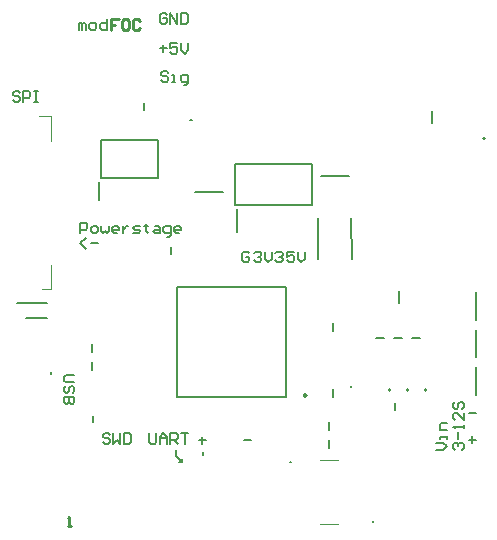
<source format=gto>
G04*
G04 #@! TF.GenerationSoftware,Altium Limited,Altium Designer,21.0.8 (223)*
G04*
G04 Layer_Color=65535*
%FSLAX25Y25*%
%MOIN*%
G70*
G04*
G04 #@! TF.SameCoordinates,4FC8230A-67FA-47FE-B716-792534C6144D*
G04*
G04*
G04 #@! TF.FilePolarity,Positive*
G04*
G01*
G75*
%ADD10C,0.00787*%
%ADD11C,0.00984*%
%ADD12C,0.00591*%
%ADD13C,0.01000*%
%ADD14C,0.00394*%
D10*
X71520Y26461D02*
Y27248D01*
Y26461D01*
X128094Y4252D02*
Y3858D01*
Y4252D01*
X120937Y49339D02*
Y48945D01*
Y49339D01*
X67898Y138004D02*
X67110D01*
X67898D01*
X20764Y54012D02*
Y53224D01*
Y54012D01*
X100500Y24000D02*
X100894D01*
X100500D01*
X141220Y65500D02*
X143780D01*
X135221D02*
X137779D01*
X129220D02*
X131780D01*
X99307Y45693D02*
Y82307D01*
X62693D02*
X99307D01*
X62693Y45693D02*
Y82307D01*
Y45693D02*
X99307D01*
X148000Y136933D02*
Y141067D01*
X137000Y76933D02*
Y81067D01*
X82795Y100752D02*
Y108232D01*
X82205Y109610D02*
X107795D01*
Y123390D01*
X82205D02*
X107795D01*
X82205Y109610D02*
Y123390D01*
X110972Y119500D02*
X120028D01*
X68972Y114000D02*
X78028D01*
X109988Y91610D02*
Y105390D01*
X121000Y105500D02*
X121012Y91610D01*
X162500Y46472D02*
Y55528D01*
Y58972D02*
Y68028D01*
Y71472D02*
Y80528D01*
X135500Y41221D02*
Y43780D01*
X35000Y37500D02*
Y39500D01*
X52000Y141220D02*
Y143780D01*
X37354Y118701D02*
Y131299D01*
X56646D01*
Y118701D02*
Y131299D01*
X37354Y118701D02*
X56646D01*
X36843Y111319D02*
Y117323D01*
X34500Y60720D02*
Y63279D01*
Y54720D02*
Y57279D01*
X115000Y45819D02*
Y48181D01*
Y67819D02*
Y70181D01*
X9457Y77059D02*
X19445D01*
X12555Y71941D02*
X19445D01*
X61000Y93319D02*
Y95681D01*
X113500Y28721D02*
Y31280D01*
Y34721D02*
Y37279D01*
D11*
X106000Y46284D02*
X105262Y46710D01*
Y45857D01*
X106000Y46284D01*
X165197Y132000D02*
X164803D01*
X165197D01*
X43346Y171526D02*
X40984D01*
Y169755D01*
X42165D01*
X40984D01*
Y167984D01*
X46297Y171526D02*
X45117D01*
X44526Y170936D01*
Y168575D01*
X45117Y167984D01*
X46297D01*
X46888Y168575D01*
Y170936D01*
X46297Y171526D01*
X50430Y170936D02*
X49840Y171526D01*
X48659D01*
X48069Y170936D01*
Y168575D01*
X48659Y167984D01*
X49840D01*
X50430Y168575D01*
D12*
X63500Y24000D02*
X64500D01*
Y25000D01*
X62500Y26000D02*
X64500Y24000D01*
X62500Y26000D02*
Y28000D01*
X57091Y161862D02*
X59452D01*
X58271Y163042D02*
Y160681D01*
X62994Y163633D02*
X60633D01*
Y161862D01*
X61813Y162452D01*
X62404D01*
X62994Y161862D01*
Y160681D01*
X62404Y160090D01*
X61223D01*
X60633Y160681D01*
X64175Y163633D02*
Y161271D01*
X65356Y160090D01*
X66536Y161271D01*
Y163633D01*
X162510Y31471D02*
X160148D01*
X161329Y32652D02*
Y30290D01*
X59952Y153723D02*
X59362Y154313D01*
X58181D01*
X57591Y153723D01*
Y153133D01*
X58181Y152542D01*
X59362D01*
X59952Y151952D01*
Y151362D01*
X59362Y150771D01*
X58181D01*
X57591Y151362D01*
X61133Y150771D02*
X62313D01*
X61723D01*
Y153133D01*
X61133D01*
X65265Y149591D02*
X65856D01*
X66446Y150181D01*
Y153133D01*
X64675D01*
X64085Y152542D01*
Y151362D01*
X64675Y150771D01*
X66446D01*
X162409Y40471D02*
X160048D01*
X32362Y95091D02*
X30591Y96862D01*
X32362Y98633D01*
X34133Y96862D02*
X36494D01*
X59452Y173042D02*
X58862Y173633D01*
X57681D01*
X57091Y173042D01*
Y170681D01*
X57681Y170090D01*
X58862D01*
X59452Y170681D01*
Y171862D01*
X58271D01*
X60633Y170090D02*
Y173633D01*
X62994Y170090D01*
Y173633D01*
X64175D02*
Y170090D01*
X65946D01*
X66536Y170681D01*
Y173042D01*
X65946Y173633D01*
X64175D01*
X30090Y168090D02*
Y170452D01*
X30681D01*
X31271Y169862D01*
Y168090D01*
Y169862D01*
X31862Y170452D01*
X32452Y169862D01*
Y168090D01*
X34223D02*
X35404D01*
X35994Y168681D01*
Y169862D01*
X35404Y170452D01*
X34223D01*
X33633Y169862D01*
Y168681D01*
X34223Y168090D01*
X39536Y171633D02*
Y168090D01*
X37765D01*
X37175Y168681D01*
Y169862D01*
X37765Y170452D01*
X39536D01*
X86952Y93542D02*
X86362Y94133D01*
X85181D01*
X84591Y93542D01*
Y91181D01*
X85181Y90591D01*
X86362D01*
X86952Y91181D01*
Y92362D01*
X85771D01*
X85091Y31271D02*
X87452D01*
X101952Y94133D02*
X99590D01*
Y92362D01*
X100771Y92952D01*
X101362D01*
X101952Y92362D01*
Y91181D01*
X101362Y90591D01*
X100181D01*
X99590Y91181D01*
X103133Y94133D02*
Y91771D01*
X104313Y90591D01*
X105494Y91771D01*
Y94133D01*
X40452Y33042D02*
X39862Y33633D01*
X38681D01*
X38091Y33042D01*
Y32452D01*
X38681Y31862D01*
X39862D01*
X40452Y31271D01*
Y30681D01*
X39862Y30090D01*
X38681D01*
X38091Y30681D01*
X41633Y33633D02*
Y30090D01*
X42813Y31271D01*
X43994Y30090D01*
Y33633D01*
X45175D02*
Y30090D01*
X46946D01*
X47536Y30681D01*
Y33042D01*
X46946Y33633D01*
X45175D01*
X30591Y100271D02*
Y103813D01*
X32362D01*
X32952Y103223D01*
Y102042D01*
X32362Y101452D01*
X30591D01*
X34723Y100271D02*
X35904D01*
X36494Y100862D01*
Y102042D01*
X35904Y102633D01*
X34723D01*
X34133Y102042D01*
Y100862D01*
X34723Y100271D01*
X37675Y102633D02*
Y100862D01*
X38265Y100271D01*
X38856Y100862D01*
X39446Y100271D01*
X40036Y100862D01*
Y102633D01*
X42988Y100271D02*
X41807D01*
X41217Y100862D01*
Y102042D01*
X41807Y102633D01*
X42988D01*
X43578Y102042D01*
Y101452D01*
X41217D01*
X44759Y102633D02*
Y100271D01*
Y101452D01*
X45349Y102042D01*
X45940Y102633D01*
X46530D01*
X48301Y100271D02*
X50072D01*
X50663Y100862D01*
X50072Y101452D01*
X48892D01*
X48301Y102042D01*
X48892Y102633D01*
X50663D01*
X52434Y103223D02*
Y102633D01*
X51844D01*
X53024D01*
X52434D01*
Y100862D01*
X53024Y100271D01*
X55386Y102633D02*
X56566D01*
X57157Y102042D01*
Y100271D01*
X55386D01*
X54795Y100862D01*
X55386Y101452D01*
X57157D01*
X59518Y99090D02*
X60109D01*
X60699Y99681D01*
Y102633D01*
X58928D01*
X58337Y102042D01*
Y100862D01*
X58928Y100271D01*
X60699D01*
X63651D02*
X62470D01*
X61880Y100862D01*
Y102042D01*
X62470Y102633D01*
X63651D01*
X64241Y102042D01*
Y101452D01*
X61880D01*
X53591Y33633D02*
Y30681D01*
X54181Y30090D01*
X55362D01*
X55952Y30681D01*
Y33633D01*
X57133Y30090D02*
Y32452D01*
X58313Y33633D01*
X59494Y32452D01*
Y30090D01*
Y31862D01*
X57133D01*
X60675Y30090D02*
Y33633D01*
X62446D01*
X63036Y33042D01*
Y31862D01*
X62446Y31271D01*
X60675D01*
X61856D02*
X63036Y30090D01*
X64217Y33633D02*
X66579D01*
X65398D01*
Y30090D01*
X149199Y28091D02*
X151561D01*
X152742Y29271D01*
X151561Y30452D01*
X149199D01*
X152742Y31633D02*
Y32813D01*
Y32223D01*
X150380D01*
Y31633D01*
X152742Y34585D02*
X150380D01*
Y36356D01*
X150970Y36946D01*
X152742D01*
X155458Y28091D02*
X154867Y28681D01*
Y29862D01*
X155458Y30452D01*
X156048D01*
X156638Y29862D01*
Y29271D01*
Y29862D01*
X157229Y30452D01*
X157819D01*
X158410Y29862D01*
Y28681D01*
X157819Y28091D01*
X156638Y31633D02*
Y33994D01*
X158410Y35175D02*
Y36356D01*
Y35765D01*
X154867D01*
X155458Y35175D01*
X158410Y40488D02*
Y38127D01*
X156048Y40488D01*
X155458D01*
X154867Y39898D01*
Y38717D01*
X155458Y38127D01*
Y44030D02*
X154867Y43440D01*
Y42259D01*
X155458Y41669D01*
X156048D01*
X156638Y42259D01*
Y43440D01*
X157229Y44030D01*
X157819D01*
X158410Y43440D01*
Y42259D01*
X157819Y41669D01*
X28633Y52909D02*
X25681D01*
X25091Y52319D01*
Y51138D01*
X25681Y50548D01*
X28633D01*
X28042Y47006D02*
X28633Y47596D01*
Y48777D01*
X28042Y49367D01*
X27452D01*
X26862Y48777D01*
Y47596D01*
X26271Y47006D01*
X25681D01*
X25091Y47596D01*
Y48777D01*
X25681Y49367D01*
X28633Y45825D02*
X25091D01*
Y44054D01*
X25681Y43464D01*
X26271D01*
X26862Y44054D01*
Y45825D01*
Y44054D01*
X27452Y43464D01*
X28042D01*
X28633Y44054D01*
Y45825D01*
X71271Y32410D02*
Y30048D01*
X72452Y31229D02*
X70091D01*
X10452Y147042D02*
X9862Y147633D01*
X8681D01*
X8090Y147042D01*
Y146452D01*
X8681Y145862D01*
X9862D01*
X10452Y145271D01*
Y144681D01*
X9862Y144090D01*
X8681D01*
X8090Y144681D01*
X11633Y144090D02*
Y147633D01*
X13404D01*
X13994Y147042D01*
Y145862D01*
X13404Y145271D01*
X11633D01*
X15175Y147633D02*
X16356D01*
X15765D01*
Y144090D01*
X15175D01*
X16356D01*
X88591Y93542D02*
X89181Y94133D01*
X90362D01*
X90952Y93542D01*
Y92952D01*
X90362Y92362D01*
X89771D01*
X90362D01*
X90952Y91771D01*
Y91181D01*
X90362Y90591D01*
X89181D01*
X88591Y91181D01*
X92133Y94133D02*
Y91771D01*
X93313Y90591D01*
X94494Y91771D01*
Y94133D01*
X95675Y93542D02*
X96265Y94133D01*
X97446D01*
X98036Y93542D01*
Y92952D01*
X97446Y92362D01*
X96856D01*
X97446D01*
X98036Y91771D01*
Y91181D01*
X97446Y90591D01*
X96265D01*
X95675Y91181D01*
D13*
X145500Y48000D02*
Y48200D01*
X139500Y48000D02*
Y48200D01*
X133493Y48063D02*
Y48263D01*
X26400Y2800D02*
X27400D01*
X26900D01*
Y5799D01*
X26400Y5299D01*
D14*
X16905Y139339D02*
X20843D01*
X16905D02*
X20843D01*
Y131169D02*
Y139339D01*
Y131169D02*
Y139339D01*
Y81661D02*
Y89831D01*
Y81661D02*
Y89831D01*
X17890Y81661D02*
X20843D01*
X17890D02*
X20843D01*
X110547Y3370D02*
X116453D01*
X110547D02*
X116453D01*
X110547Y24630D02*
X116453D01*
X110547D02*
X116453D01*
M02*

</source>
